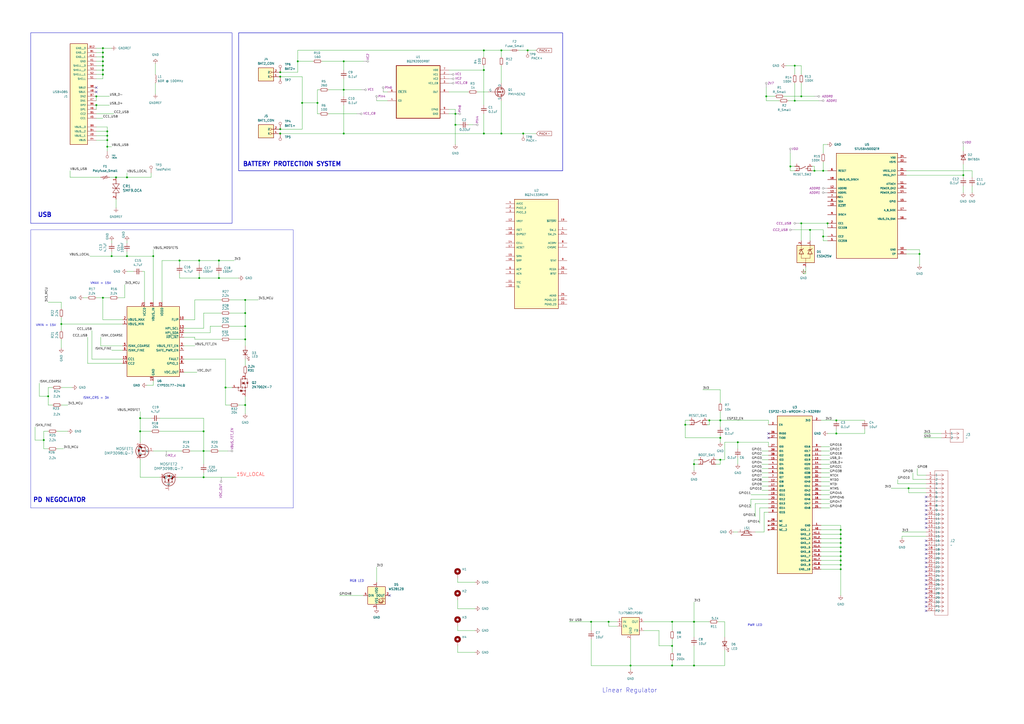
<source format=kicad_sch>
(kicad_sch (version 20231120) (generator "eeschema") (generator_version "8.0")
  (paper "A2")
  (title_block (title "RC PCB ") (date "2024-07-28") (rev "v3") (company "CampusFab FabRice "))
  (junction (at 142.24 189.23))
  (junction (at 59.69 172.72))
  (junction (at 306.07 29.21))
  (junction (at 353.06 360.68))
  (junction (at 487.68 314.96))
  (junction (at 417.83 254))
  (junction (at 59.69 43.18))
  (junction (at 162.56 44.45))
  (junction (at 469.9 133.35))
  (junction (at 527.05 283.21))
  (junction (at 55.88 55.88))
  (junction (at 81.28 250.19))
  (junction (at 280.67 40.64))
  (junction (at 35.56 187.96))
  (junction (at 118.11 276.86))
  (junction (at 461.01 58.42))
  (junction (at 487.68 325.12))
  (junction (at 477.52 137.16))
  (junction (at 175.26 59.69))
  (junction (at 127 161.29))
  (junction (at 533.4 147.32))
  (junction (at 487.68 327.66))
  (junction (at 62.23 85.09))
  (junction (at 115.57 161.29))
  (junction (at 104.14 151.13))
  (junction (at 397.51 246.38))
  (junction (at 342.9 360.68))
  (junction (at 389.89 386.08))
  (junction (at 162.56 74.93))
  (junction (at 411.48 243.84))
  (junction (at 59.69 40.64))
  (junction (at 118.11 261.62))
  (junction (at 115.57 151.13))
  (junction (at 73.66 148.59))
  (junction (at 62.23 76.2))
  (junction (at 127 151.13))
  (junction (at 472.44 99.06))
  (junction (at 142.24 173.99))
  (junction (at 62.23 78.74))
  (junction (at 477.52 99.06))
  (junction (at 162.56 77.47))
  (junction (at 487.68 307.34))
  (junction (at 162.56 41.91))
  (junction (at 199.39 52.07))
  (junction (at 458.47 96.52))
  (junction (at 464.82 129.54))
  (junction (at 142.24 234.95))
  (junction (at 264.16 72.39))
  (junction (at 487.68 322.58))
  (junction (at 389.89 360.68))
  (junction (at 480.06 129.54))
  (junction (at 199.39 35.56))
  (junction (at 461.01 38.1))
  (junction (at 264.16 66.04))
  (junction (at 485.14 243.84))
  (junction (at 59.69 33.02))
  (junction (at 59.69 30.48))
  (junction (at 303.53 77.47))
  (junction (at 81.28 242.57))
  (junction (at 59.69 27.94))
  (junction (at 280.67 77.47))
  (junction (at 172.72 35.56))
  (junction (at 118.11 250.19))
  (junction (at 64.77 148.59))
  (junction (at 27.94 229.87))
  (junction (at 487.68 309.88))
  (junction (at 88.9 148.59))
  (junction (at 487.68 312.42))
  (junction (at 402.59 360.68))
  (junction (at 59.69 35.56))
  (junction (at 427.99 256.54))
  (junction (at 444.5 55.88))
  (junction (at 67.31 102.87))
  (junction (at 73.66 102.87))
  (junction (at 389.89 374.65))
  (junction (at 25.4 255.27))
  (junction (at 417.83 243.84))
  (junction (at 402.59 386.08))
  (junction (at 62.23 81.28))
  (junction (at 55.88 60.96))
  (junction (at 402.59 269.24))
  (junction (at 365.76 386.08))
  (junction (at 487.68 330.2))
  (junction (at 142.24 181.61))
  (junction (at 59.69 38.1))
  (junction (at 130.81 224.79))
  (junction (at 487.68 317.5))
  (junction (at 485.14 251.46))
  (junction (at 417.83 266.7))
  (junction (at 487.68 320.04))
  (junction (at 184.15 59.69))
  (junction (at 558.8 101.6))
  (junction (at 199.39 77.47))
  (junction (at 464.82 55.88))
  (junction (at 290.83 29.21))
  (junction (at 142.24 196.85))
  (junction (at 280.67 29.21))
  (junction (at 290.83 77.47))
  (no_connect (at 537.21 334.01))
  (no_connect (at 55.88 53.34))
  (no_connect (at 537.21 328.93))
  (no_connect (at 537.21 295.91))
  (no_connect (at 537.21 300.99))
  (no_connect (at 537.21 351.79))
  (no_connect (at 55.88 50.8))
  (no_connect (at 537.21 339.09))
  (no_connect (at 537.21 316.23))
  (no_connect (at 537.21 288.29))
  (no_connect (at 226.06 345.44))
  (no_connect (at 537.21 293.37))
  (no_connect (at 537.21 349.25))
  (no_connect (at 537.21 290.83))
  (no_connect (at 537.21 344.17))
  (no_connect (at 537.21 326.39))
  (no_connect (at 537.21 346.71))
  (no_connect (at 537.21 298.45))
  (no_connect (at 537.21 341.63))
  (no_connect (at 537.21 318.77))
  (no_connect (at 537.21 306.07))
  (no_connect (at 537.21 313.69))
  (no_connect (at 537.21 303.53))
  (no_connect (at 537.21 321.31))
  (no_connect (at 445.77 251.46))
  (no_connect (at 445.77 254))
  (no_connect (at 537.21 336.55))
  (no_connect (at 537.21 323.85))
  (no_connect (at 537.21 354.33))
  (no_connect (at 537.21 331.47))
  (wire (pts (xy 411.48 243.84) (xy 417.83 243.84)))
  (wire (pts (xy 264.16 66.04) (xy 264.16 72.39)))
  (wire (pts (xy 81.28 250.19) (xy 87.63 250.19)))
  (wire (pts (xy 115.57 151.13) (xy 127 151.13)))
  (wire (pts (xy 72.39 165.1) (xy 72.39 172.72)))
  (wire (pts (xy 113.03 173.99) (xy 113.03 185.42)))
  (wire (pts (xy 92.71 242.57) (xy 118.11 242.57)))
  (wire (pts (xy 62.23 85.09) (xy 62.23 87.63)))
  (wire (pts (xy 410.21 246.38) (xy 411.48 246.38)))
  (wire (pts (xy 353.06 363.22) (xy 353.06 360.68)))
  (wire (pts (xy 485.14 251.46) (xy 501.65 251.46)))
  (wire (pts (xy 455.93 38.1) (xy 461.01 38.1)))
  (wire (pts (xy 295.91 29.21) (xy 290.83 29.21)))
  (wire (pts (xy 477.52 99.06) (xy 480.06 99.06)))
  (wire (pts (xy 358.14 363.22) (xy 353.06 363.22)))
  (wire (pts (xy 476.25 327.66) (xy 487.68 327.66)))
  (wire (pts (xy 476.25 325.12) (xy 487.68 325.12)))
  (wire (pts (xy 106.68 200.66) (xy 113.03 200.66)))
  (wire (pts (xy 435.61 289.56) (xy 435.61 294.64)))
  (wire (pts (xy 476.25 320.04) (xy 487.68 320.04)))
  (wire (pts (xy 445.77 294.64) (xy 440.69 294.64)))
  (wire (pts (xy 458.47 96.52) (xy 458.47 99.06)))
  (wire (pts (xy 20.32 247.65) (xy 20.32 255.27)))
  (wire (pts (xy 27.94 229.87) (xy 27.94 224.79)))
  (wire (pts (xy 306.07 29.21) (xy 311.15 29.21)))
  (wire (pts (xy 81.28 250.19) (xy 81.28 256.54)))
  (wire (pts (xy 59.69 30.48) (xy 59.69 33.02)))
  (wire (pts (xy 130.81 224.79) (xy 130.81 208.28)))
  (wire (pts (xy 476.25 330.2) (xy 487.68 330.2)))
  (wire (pts (xy 265.43 335.28) (xy 265.43 337.82)))
  (wire (pts (xy 397.51 246.38) (xy 397.51 254)))
  (wire (pts (xy 290.83 77.47) (xy 303.53 77.47)))
  (wire (pts (xy 487.68 304.8) (xy 487.68 307.34)))
  (wire (pts (xy 476.25 274.32) (xy 481.33 274.32)))
  (wire (pts (xy 464.82 48.26) (xy 464.82 55.88)))
  (wire (pts (xy 276.86 53.34) (xy 283.21 53.34)))
  (wire (pts (xy 199.39 35.56) (xy 199.39 40.64)))
  (wire (pts (xy 118.11 261.62) (xy 118.11 269.24)))
  (wire (pts (xy 445.77 256.54) (xy 445.77 259.08)))
  (wire (pts (xy 457.2 58.42) (xy 461.01 58.42)))
  (wire (pts (xy 59.69 40.64) (xy 55.88 40.64)))
  (wire (pts (xy 27.94 229.87) (xy 27.94 234.95)))
  (wire (pts (xy 441.96 271.78) (xy 445.77 271.78)))
  (wire (pts (xy 537.21 285.75) (xy 527.05 285.75)))
  (wire (pts (xy 469.9 133.35) (xy 469.9 139.7)))
  (wire (pts (xy 199.39 52.07) (xy 199.39 55.88)))
  (wire (pts (xy 438.15 308.61) (xy 443.23 308.61)))
  (wire (pts (xy 535.94 254) (xy 546.1 254)))
  (wire (pts (xy 264.16 72.39) (xy 266.7 72.39)))
  (wire (pts (xy 33.02 250.19) (xy 39.37 250.19)))
  (wire (pts (xy 365.76 386.08) (xy 389.89 386.08)))
  (wire (pts (xy 365.76 386.08) (xy 365.76 370.84)))
  (wire (pts (xy 59.69 27.94) (xy 59.69 30.48)))
  (wire (pts (xy 427.99 260.35) (xy 427.99 256.54)))
  (wire (pts (xy 461.01 43.18) (xy 461.01 38.1)))
  (wire (pts (xy 477.52 93.98) (xy 477.52 99.06)))
  (wire (pts (xy 402.59 349.25) (xy 402.59 360.68)))
  (wire (pts (xy 501.65 248.92) (xy 501.65 251.46)))
  (wire (pts (xy 537.21 311.15) (xy 523.24 311.15)))
  (wire (pts (xy 290.83 29.21) (xy 290.83 33.02)))
  (wire (pts (xy 55.88 78.74) (xy 62.23 78.74)))
  (wire (pts (xy 441.96 279.4) (xy 445.77 279.4)))
  (wire (pts (xy 425.45 308.61) (xy 427.99 308.61)))
  (wire (pts (xy 558.8 85.09) (xy 558.8 87.63)))
  (wire (pts (xy 290.83 38.1) (xy 290.83 48.26)))
  (wire (pts (xy 533.4 147.32) (xy 533.4 153.67)))
  (wire (pts (xy 62.23 78.74) (xy 62.23 81.28)))
  (wire (pts (xy 441.96 269.24) (xy 445.77 269.24)))
  (wire (pts (xy 476.25 276.86) (xy 481.33 276.86)))
  (wire (pts (xy 265.43 353.06) (xy 275.59 353.06)))
  (wire (pts (xy 63.5 60.96) (xy 55.88 60.96)))
  (wire (pts (xy 461.01 99.06) (xy 458.47 99.06)))
  (wire (pts (xy 87.63 102.87) (xy 73.66 102.87)))
  (wire (pts (xy 81.28 242.57) (xy 87.63 242.57)))
  (wire (pts (xy 471.17 96.52) (xy 472.44 96.52)))
  (wire (pts (xy 476.25 322.58) (xy 487.68 322.58)))
  (wire (pts (xy 59.69 27.94) (xy 55.88 27.94)))
  (wire (pts (xy 402.59 269.24) (xy 402.59 273.05)))
  (wire (pts (xy 445.77 292.1) (xy 438.15 292.1)))
  (wire (pts (xy 121.92 193.04) (xy 106.68 193.04)))
  (wire (pts (xy 133.35 196.85) (xy 142.24 196.85)))
  (wire (pts (xy 186.69 35.56) (xy 199.39 35.56)))
  (wire (pts (xy 83.82 157.48) (xy 83.82 175.26)))
  (wire (pts (xy 477.52 137.16) (xy 480.06 137.16)))
  (wire (pts (xy 290.83 58.42) (xy 290.83 77.47)))
  (wire (pts (xy 529.59 274.32) (xy 529.59 278.13)))
  (wire (pts (xy 118.11 261.62) (xy 121.92 261.62)))
  (wire (pts (xy 162.56 41.91) (xy 172.72 41.91)))
  (wire (pts (xy 62.23 76.2) (xy 62.23 78.74)))
  (wire (pts (xy 400.05 243.84) (xy 397.51 243.84)))
  (wire (pts (xy 113.03 195.58) (xy 106.68 195.58)))
  (wire (pts (xy 477.52 139.7) (xy 480.06 139.7)))
  (wire (pts (xy 128.27 181.61) (xy 118.11 181.61)))
  (wire (pts (xy 52.07 148.59) (xy 64.77 148.59)))
  (wire (pts (xy 40.64 99.06) (xy 40.64 102.87)))
  (wire (pts (xy 59.69 185.42) (xy 71.12 185.42)))
  (wire (pts (xy 480.06 129.54) (xy 480.06 132.08)))
  (wire (pts (xy 121.92 189.23) (xy 121.92 193.04)))
  (wire (pts (xy 417.83 254) (xy 417.83 256.54)))
  (wire (pts (xy 162.56 44.45) (xy 175.26 44.45)))
  (wire (pts (xy 417.83 233.68) (xy 417.83 226.06)))
  (wire (pts (xy 435.61 287.02) (xy 445.77 287.02)))
  (wire (pts (xy 303.53 77.47) (xy 311.15 77.47)))
  (wire (pts (xy 62.23 85.09) (xy 64.77 85.09)))
  (wire (pts (xy 476.25 289.56) (xy 481.33 289.56)))
  (wire (pts (xy 142.24 173.99) (xy 133.35 173.99)))
  (wire (pts (xy 280.67 66.04) (xy 280.67 77.47)))
  (wire (pts (xy 59.69 43.18) (xy 59.69 45.72)))
  (wire (pts (xy 35.56 184.15) (xy 35.56 187.96)))
  (wire (pts (xy 454.66 55.88) (xy 464.82 55.88)))
  (wire (pts (xy 142.24 173.99) (xy 142.24 181.61)))
  (wire (pts (xy 133.35 234.95) (xy 130.81 234.95)))
  (wire (pts (xy 389.89 374.65) (xy 382.27 374.65)))
  (wire (pts (xy 142.24 196.85) (xy 142.24 189.23)))
  (wire (pts (xy 142.24 200.66) (xy 142.24 196.85)))
  (wire (pts (xy 264.16 63.5) (xy 264.16 66.04)))
  (wire (pts (xy 485.14 243.84) (xy 501.65 243.84)))
  (wire (pts (xy 342.9 386.08) (xy 365.76 386.08)))
  (wire (pts (xy 199.39 77.47) (xy 162.56 77.47)))
  (wire (pts (xy 443.23 308.61) (xy 443.23 297.18)))
  (wire (pts (xy 487.68 322.58) (xy 487.68 325.12)))
  (wire (pts (xy 463.55 129.54) (xy 464.82 129.54)))
  (wire (pts (xy 82.55 157.48) (xy 83.82 157.48)))
  (wire (pts (xy 25.4 260.35) (xy 27.94 260.35)))
  (wire (pts (xy 397.51 254) (xy 417.83 254)))
  (wire (pts (xy 93.98 175.26) (xy 93.98 151.13)))
  (wire (pts (xy 342.9 360.68) (xy 342.9 365.76)))
  (wire (pts (xy 81.28 238.76) (xy 81.28 242.57)))
  (wire (pts (xy 443.23 297.18) (xy 445.77 297.18)))
  (wire (pts (xy 469.9 133.35) (xy 477.52 133.35)))
  (wire (pts (xy 417.83 238.76) (xy 417.83 243.84)))
  (wire (pts (xy 280.67 77.47) (xy 199.39 77.47)))
  (wire (pts (xy 55.88 55.88) (xy 55.88 58.42)))
  (wire (pts (xy 476.25 271.78) (xy 481.33 271.78)))
  (wire (pts (xy 411.48 246.38) (xy 411.48 243.84)))
  (wire (pts (xy 264.16 72.39) (xy 264.16 83.82)))
  (wire (pts (xy 477.52 83.82) (xy 480.06 83.82)))
  (wire (pts (xy 420.37 360.68) (xy 420.37 369.57)))
  (wire (pts (xy 445.77 243.84) (xy 445.77 246.38)))
  (wire (pts (xy 64.77 148.59) (xy 73.66 148.59)))
  (wire (pts (xy 142.24 173.99) (xy 149.86 173.99)))
  (wire (pts (xy 265.43 365.76) (xy 275.59 365.76)))
  (wire (pts (xy 476.25 314.96) (xy 487.68 314.96)))
  (wire (pts (xy 55.88 172.72) (xy 59.69 172.72)))
  (wire (pts (xy 487.68 307.34) (xy 487.68 309.88)))
  (wire (pts (xy 128.27 189.23) (xy 121.92 189.23)))
  (wire (pts (xy 113.03 196.85) (xy 113.03 195.58)))
  (wire (pts (xy 461.01 58.42) (xy 474.98 58.42)))
  (wire (pts (xy 271.78 72.39) (xy 274.32 72.39)))
  (wire (pts (xy 115.57 158.75) (xy 115.57 161.29)))
  (wire (pts (xy 88.9 220.98) (xy 88.9 223.52)))
  (wire (pts (xy 420.37 377.19) (xy 420.37 386.08)))
  (wire (pts (xy 441.96 284.48) (xy 445.77 284.48)))
  (wire (pts (xy 55.88 66.04) (xy 66.04 66.04)))
  (wire (pts (xy 476.25 264.16) (xy 481.33 264.16)))
  (wire (pts (xy 342.9 360.68) (xy 330.2 360.68)))
  (wire (pts (xy 417.83 243.84) (xy 445.77 243.84)))
  (wire (pts (xy 563.88 99.06) (xy 563.88 102.87)))
  (wire (pts (xy 59.69 35.56) (xy 59.69 38.1)))
  (wire (pts (xy 59.69 45.72) (xy 55.88 45.72)))
  (wire (pts (xy 175.26 44.45) (xy 175.26 59.69)))
  (wire (pts (xy 184.15 52.07) (xy 184.15 59.69)))
  (wire (pts (xy 389.89 374.65) (xy 389.89 378.46)))
  (wire (pts (xy 477.52 88.9) (xy 477.52 83.82)))
  (wire (pts (xy 40.64 102.87) (xy 58.42 102.87)))
  (wire (pts (xy 59.69 33.02) (xy 55.88 33.02)))
  (wire (pts (xy 190.5 52.07) (xy 199.39 52.07)))
  (wire (pts (xy 537.21 275.59) (xy 532.13 275.59)))
  (wire (pts (xy 464.82 43.18) (xy 464.82 38.1)))
  (wire (pts (xy 461.01 48.26) (xy 461.01 58.42)))
  (wire (pts (xy 471.17 99.06) (xy 472.44 99.06)))
  (wire (pts (xy 444.5 55.88) (xy 449.58 55.88)))
  (wire (pts (xy 265.43 347.98) (xy 265.43 353.06)))
  (wire (pts (xy 59.69 27.94) (xy 64.77 27.94)))
  (wire (pts (xy 438.15 292.1) (xy 438.15 299.72)))
  (wire (pts (xy 115.57 161.29) (xy 127 161.29)))
  (wire (pts (xy 476.25 243.84) (xy 485.14 243.84)))
  (wire (pts (xy 172.72 41.91) (xy 172.72 35.56)))
  (wire (pts (xy 373.38 360.68) (xy 389.89 360.68)))
  (wire (pts (xy 525.78 101.6) (xy 558.8 101.6)))
  (wire (pts (xy 444.5 50.8) (xy 444.5 55.88)))
  (wire (pts (xy 441.96 274.32) (xy 445.77 274.32)))
  (wire (pts (xy 520.7 278.13) (xy 520.7 280.67)))
  (wire (pts (xy 487.68 325.12) (xy 487.68 327.66)))
  (wire (pts (xy 59.69 172.72) (xy 63.5 172.72)))
  (wire (pts (xy 405.13 266.7) (xy 402.59 266.7)))
  (wire (pts (xy 466.09 158.75) (xy 466.09 156.21)))
  (wire (pts (xy 102.87 276.86) (xy 118.11 276.86)))
  (wire (pts (xy 402.59 269.24) (xy 405.13 269.24)))
  (wire (pts (xy 68.58 172.72) (xy 72.39 172.72)))
  (wire (pts (xy 127 161.29) (xy 138.43 161.29)))
  (wire (pts (xy 92.71 250.19) (xy 118.11 250.19)))
  (wire (pts (xy 33.02 260.35) (xy 36.83 260.35)))
  (wire (pts (xy 480.06 251.46) (xy 485.14 251.46)))
  (wire (pts (xy 59.69 172.72) (xy 59.69 185.42)))
  (wire (pts (xy 184.15 52.07) (xy 185.42 52.07)))
  (wire (pts (xy 260.35 63.5) (xy 264.16 63.5)))
  (wire (pts (xy 280.67 38.1) (xy 280.67 40.64)))
  (wire (pts (xy 87.63 100.33) (xy 87.63 102.87)))
  (wire (pts (xy 59.69 43.18) (xy 55.88 43.18)))
  (wire (pts (xy 458.47 96.52) (xy 461.01 96.52)))
  (wire (pts (xy 466.09 158.75) (xy 467.36 158.75)))
  (wire (pts (xy 415.29 269.24) (xy 417.83 269.24)))
  (wire (pts (xy 133.35 189.23) (xy 142.24 189.23)))
  (wire (pts (xy 300.99 29.21) (xy 306.07 29.21)))
  (wire (pts (xy 260.35 66.04) (xy 264.16 66.04)))
  (wire (pts (xy 440.69 294.64) (xy 440.69 303.53)))
  (wire (pts (xy 520.7 280.67) (xy 537.21 280.67)))
  (wire (pts (xy 441.96 276.86) (xy 445.77 276.86)))
  (wire (pts (xy 420.37 256.54) (xy 420.37 266.7)))
  (wire (pts (xy 464.82 38.1) (xy 461.01 38.1)))
  (wire (pts (xy 397.51 246.38) (xy 400.05 246.38)))
  (wire (pts (xy 175.26 59.69) (xy 184.15 59.69)))
  (wire (pts (xy 115.57 151.13) (xy 115.57 153.67)))
  (wire (pts (xy 417.83 247.65) (xy 417.83 243.84)))
  (wire (pts (xy 427.99 265.43) (xy 427.99 269.24)))
  (wire (pts (xy 35.56 179.07) (xy 35.56 175.26)))
  (wire (pts (xy 63.5 102.87) (xy 67.31 102.87)))
  (wire (pts (xy 535.94 251.46) (xy 546.1 251.46)))
  (wire (pts (xy 118.11 242.57) (xy 118.11 250.19)))
  (wire (pts (xy 127 261.62) (xy 132.08 261.62)))
  (wire (pts (xy 118.11 274.32) (xy 118.11 276.86)))
  (wire (pts (xy 55.88 55.88) (xy 63.5 55.88)))
  (wire (pts (xy 476.25 261.62) (xy 481.33 261.62)))
  (wire (pts (xy 525.78 144.78) (xy 533.4 144.78)))
  (wire (pts (xy 62.23 81.28) (xy 62.23 85.09)))
  (wire (pts (xy 55.88 68.58) (xy 59.69 68.58)))
  (wire (pts (xy 27.94 175.26) (xy 35.56 175.26)))
  (wire (pts (xy 35.56 187.96) (xy 71.12 187.96)))
  (wire (pts (xy 481.33 294.64) (xy 476.25 294.64)))
  (wire (pts (xy 420.37 386.08) (xy 402.59 386.08)))
  (wire (pts (xy 222.25 53.34) (xy 224.79 53.34)))
  (wire (pts (xy 73.66 148.59) (xy 73.66 146.05)))
  (wire (pts (xy 93.98 151.13) (xy 104.14 151.13)))
  (wire (pts (xy 35.56 201.93) (xy 35.56 196.85)))
  (wire (pts (xy 417.83 266.7) (xy 420.37 266.7)))
  (wire (pts (xy 175.26 74.93) (xy 162.56 74.93)))
  (wire (pts (xy 22.86 222.25) (xy 22.86 229.87)))
  (wire (pts (xy 487.68 309.88) (xy 487.68 312.42)))
  (wire (pts (xy 59.69 40.64) (xy 59.69 43.18)))
  (wire (pts (xy 358.14 360.68) (xy 353.06 360.68)))
  (wire (pts (xy 417.83 269.24) (xy 417.83 266.7)))
  (wire (pts (xy 365.76 388.62) (xy 365.76 386.08)))
  (wire (pts (xy 55.88 73.66) (xy 62.23 73.66)))
  (wire (pts (xy 558.8 101.6) (xy 558.8 102.87)))
  (wire (pts (xy 476.25 287.02) (xy 481.33 287.02)))
  (wire (pts (xy 218.44 328.93) (xy 218.44 337.82)))
  (wire (pts (xy 35.56 224.79) (xy 41.91 224.79)))
  (wire (pts (xy 476.25 309.88) (xy 487.68 309.88)))
  (wire (pts (xy 118.11 250.19) (xy 118.11 261.62)))
  (wire (pts (xy 138.43 234.95) (xy 142.24 234.95)))
  (wire (pts (xy 172.72 29.21) (xy 172.72 35.56)))
  (wire (pts (xy 73.66 157.48) (xy 77.47 157.48)))
  (wire (pts (xy 64.77 148.59) (xy 64.77 146.05)))
  (wire (pts (xy 441.96 266.7) (xy 445.77 266.7)))
  (wire (pts (xy 458.47 88.9) (xy 458.47 96.52)))
  (wire (pts (xy 342.9 370.84) (xy 342.9 386.08)))
  (wire (pts (xy 73.66 100.33) (xy 73.66 102.87)))
  (wire (pts (xy 416.56 360.68) (xy 420.37 360.68)))
  (wire (pts (xy 81.28 276.86) (xy 92.71 276.86)))
  (wire (pts (xy 134.62 224.79) (xy 130.81 224.79)))
  (wire (pts (xy 118.11 181.61) (xy 118.11 190.5)))
  (wire (pts (xy 130.81 208.28) (xy 106.68 208.28)))
  (wire (pts (xy 81.28 266.7) (xy 81.28 276.86)))
  (wire (pts (xy 59.69 33.02) (xy 59.69 35.56)))
  (wire (pts (xy 389.89 360.68) (xy 402.59 360.68)))
  (wire (pts (xy 127 151.13) (xy 135.89 151.13)))
  (wire (pts (xy 218.44 58.42) (xy 224.79 58.42)))
  (wire (pts (xy 516.89 283.21) (xy 527.05 283.21)))
  (wire (pts (xy 389.89 386.08) (xy 389.89 383.54)))
  (wire (pts (xy 142.24 234.95) (xy 142.24 240.03)))
  (wire (pts (xy 532.13 271.78) (xy 532.13 275.59)))
  (wire (pts (xy 427.99 256.54) (xy 420.37 256.54)))
  (wire (pts (xy 127 158.75) (xy 127 161.29)))
  (wire (pts (xy 20.32 255.27) (xy 25.4 255.27)))
  (wire (pts (xy 25.4 255.27) (xy 25.4 250.19)))
  (wire (pts (xy 73.66 102.87) (xy 67.31 102.87)))
  (wire (pts (xy 464.82 129.54) (xy 480.06 129.54)))
  (wire (pts (xy 59.69 38.1) (xy 55.88 38.1)))
  (wire (pts (xy 71.12 208.28) (xy 53.34 208.28)))
  (wire (pts (xy 476.25 312.42) (xy 487.68 312.42)))
  (wire (pts (xy 118.11 190.5) (xy 106.68 190.5)))
  (wire (pts (xy 402.59 360.68) (xy 402.59 369.57)))
  (wire (pts (xy 441.96 264.16) (xy 445.77 264.16)))
  (wire (pts (xy 280.67 29.21) (xy 280.67 33.02)))
  (wire (pts (xy 265.43 363.22) (xy 265.43 365.76)))
  (wire (pts (xy 476.25 292.1) (xy 481.33 292.1)))
  (wire (pts (xy 427.99 256.54) (xy 445.77 256.54)))
  (wire (pts (xy 25.4 250.19) (xy 27.94 250.19)))
  (wire (pts (xy 464.82 55.88) (xy 472.44 55.88)))
  (wire (pts (xy 353.06 360.68) (xy 342.9 360.68)))
  (wire (pts (xy 114.3 215.9) (xy 106.68 215.9)))
  (wire (pts (xy 402.59 374.65) (xy 402.59 386.08)))
  (wire (pts (xy 290.83 29.21) (xy 280.67 29.21)))
  (wire (pts (xy 461.01 133.35) (xy 469.9 133.35)))
  (wire (pts (xy 113.03 185.42) (xy 106.68 185.42)))
  (wire (pts (xy 452.12 58.42) (xy 444.5 58.42)))
  (wire (pts (xy 476.25 307.34) (xy 487.68 307.34)))
  (wire (pts (xy 265.43 378.46) (xy 275.59 378.46)))
  (wire (pts (xy 184.15 59.69) (xy 184.15 66.04)))
  (wire (pts (xy 476.25 304.8) (xy 487.68 304.8)))
  (wire (pts (xy 58.42 200.66) (xy 71.12 200.66)))
  (wire (pts (xy 199.39 60.96) (xy 199.39 77.47)))
  (wire (pts (xy 476.25 266.7) (xy 481.33 266.7)))
  (wire (pts (xy 487.68 312.42) (xy 487.68 314.96)))
  (wire (pts (xy 445.77 289.56) (xy 435.61 289.56)))
  (wire (pts (xy 81.28 242.57) (xy 81.28 250.19)))
  (wire (pts (xy 55.88 81.28) (xy 62.23 81.28)))
  (wire (pts (xy 476.25 279.4) (xy 481.33 279.4)))
  (wire (pts (xy 55.88 76.2) (xy 62.23 76.2)))
  (wire (pts (xy 88.9 144.78) (xy 88.9 148.59)))
  (wire (pts (xy 104.14 151.13) (xy 104.14 153.67)))
  (wire (pts (xy 444.5 55.88) (xy 444.5 58.42)))
  (wire (pts (xy 73.66 140.97) (xy 73.66 139.7)))
  (wire (pts (xy 130.81 224.79) (xy 130.81 234.95)))
  (wire (pts (xy 407.67 226.06) (xy 417.83 226.06)))
  (wire (pts (xy 25.4 255.27) (xy 25.4 260.35)))
  (wire (pts (xy 71.12 210.82) (xy 50.8 210.82)))
  (wire (pts (xy 280.67 29.21) (xy 172.72 29.21)))
  (wire (pts (xy 53.34 208.28) (xy 53.34 191.77)))
  (wire (pts (xy 280.67 40.64) (xy 280.67 60.96)))
  (wire (pts (xy 487.68 327.66) (xy 487.68 330.2)))
  (wire (pts (xy 558.8 107.95) (xy 558.8 111.76)))
  (wire (pts (xy 190.5 66.04) (xy 207.01 66.04)))
  (wire (pts (xy 533.4 144.78) (xy 533.4 147.32)))
  (wire (pts (xy 476.25 281.94) (xy 481.33 281.94)))
  (wire (pts (xy 48.26 172.72) (xy 50.8 172.72)))
  (wire (pts (xy 142.24 229.87) (xy 142.24 234.95)))
  (wire (pts (xy 417.83 252.73) (xy 417.83 254)))
  (wire (pts (xy 280.67 40.64) (xy 260.35 40.64)))
  (wire (pts (xy 199.39 35.56) (xy 210.82 35.56)))
  (wire (pts (xy 59.69 30.48) (xy 55.88 30.48)))
  (wire (pts (xy 382.27 365.76) (xy 373.38 365.76)))
  (wire (pts (xy 22.86 229.87) (xy 27.94 229.87)))
  (wire (pts (xy 441.96 281.94) (xy 445.77 281.94)))
  (wire (pts (xy 476.25 317.5) (xy 487.68 317.5)))
  (wire (pts (xy 90.17 36.83) (xy 90.17 43.18)))
  (wire (pts (xy 118.11 261.62) (xy 110.49 261.62)))
  (wire (pts (xy 389.89 370.84) (xy 389.89 374.65)))
  (wire (pts (xy 467.36 158.75) (xy 467.36 154.94)))
  (wire (pts (xy 527.05 283.21) (xy 537.21 283.21)))
  (wire (pts (xy 67.31 115.57) (xy 67.31 120.65)))
  (wire (pts (xy 58.42 195.58) (xy 58.42 200.66)))
  (wire (pts (xy 260.35 53.34) (xy 271.78 53.34)))
  (wire (pts (xy 472.44 96.52) (xy 472.44 99.06)))
  (wire (pts (xy 175.26 59.69) (xy 175.26 74.93)))
  (wire (pts (xy 402.59 360.68) (xy 411.48 360.68)))
  (wire (pts (xy 558.8 95.25) (xy 558.8 101.6)))
  (wire (pts (xy 64.77 203.2) (xy 71.12 203.2)))
  (wire (pts (xy 397.51 243.84) (xy 397.51 246.38)))
  (wire (pts (xy 88.9 261.62) (xy 105.41 261.62)))
  (wire (pts (xy 59.69 35.56) (xy 55.88 35.56)))
  (wire (pts (xy 104.14 151.13) (xy 115.57 151.13)))
  (wire (pts (xy 487.68 330.2) (xy 487.68 345.44)))
  (wire (pts (xy 50.8 210.82) (xy 50.8 195.58)))
  (wire (pts (xy 382.27 374.65) (xy 382.27 365.76)))
  (wire (pts (xy 487.68 314.96) (xy 487.68 317.5)))
  (wire (pts (xy 199.39 52.07) (xy 209.55 52.07)))
  (wire (pts (xy 73.66 148.59) (xy 88.9 148.59)))
  (wire (pts (xy 389.89 386.08) (xy 402.59 386.08)))
  (wire (pts (xy 35.56 234.95) (xy 39.37 234.95)))
  (wire (pts (xy 525.78 99.06) (xy 563.88 99.06)))
  (wire (pts (xy 196.85 345.44) (xy 210.82 345.44)))
  (wire (pts (xy 90.17 48.26) (xy 90.17 54.61)))
  (wire (pts (xy 487.68 320.04) (xy 487.68 322.58)))
  (wire (pts (xy 476.25 269.24) (xy 481.33 269.24)))
  (wire (pts (xy 184.15 66.04) (xy 185.42 66.04)))
  (wire (pts (xy 265.43 374.65) (xy 265.43 378.46)))
  (wire (pts (xy 464.82 129.54) (xy 464.82 139.7)))
  (wire (pts (xy 142.24 212.09) (xy 142.24 208.28)))
  (wire (pts (xy 265.43 337.82) (xy 275.59 337.82)))
  (wire (pts (xy 142.24 189.23) (xy 142.24 181.61)))
  (wire (pts (xy 415.29 266.7) (xy 417.83 266.7)))
  (wire (pts (xy 35.56 187.96) (xy 35.56 191.77)))
  (wire (pts (xy 118.11 276.86) (xy 137.16 276.86)))
  (wire (pts (xy 441.96 261.62) (xy 445.77 261.62)))
  (wire (pts (xy 199.39 45.72) (xy 199.39 52.07)))
  (wire (pts (xy 104.14 158.75) (xy 104.14 161.29)))
  (wire (pts (xy 485.14 248.92) (xy 485.14 251.46)))
  (wire (pts (xy 537.21 278.13) (xy 529.59 278.13)))
  (wire (pts (xy 127 151.13) (xy 127 153.67)))
  (wire (pts (xy 62.23 73.66) (xy 62.23 76.2)))
  (wire (pts (xy 477.52 137.16) (xy 477.52 139.7)))
  (wire (pts (xy 128.27 173.99) (xy 113.03 173.99)))
  (wire (pts (xy 563.88 107.95) (xy 563.88 111.76)))
  (wire (pts (xy 55.88 60.96) (xy 55.88 63.5)))
  (wire (pts (xy 487.68 317.5) (xy 487.68 320.04)))
  (wire (pts (xy 389.89 360.68) (xy 389.89 365.76)))
  (wire (pts (xy 133.35 181.61) (xy 142.24 181.61)))
  (wire (pts (xy 477.52 133.35) (xy 477.52 137.16)))
  (wire (pts (xy 410.21 243.84) (xy 411.48 243.84)))
  (wire (pts (xy 88.9 148.59) (xy 88.9 175.26)))
  (wire (pts (xy 472.44 99.06) (xy 477.52 99.06)))
  (wire (pts (xy 104.14 161.29) (xy 115.57 161.29)))
  (wire (pts (xy 59.69 38.1) (xy 59.69 40.64)))
  (wire (pts (xy 523.24 311.15) (xy 523.24 312.42)))
  (wire (pts (xy 128.27 196.85) (xy 113.03 196.85)))
  (wire (pts (xy 172.72 35.56) (xy 181.61 35.56)))
  (wire (pts (xy 523.24 308.61) (xy 537.21 308.61)))
  (wire (pts (xy 533.4 147.32) (xy 525.78 147.32)))
  (wire (pts (xy 476.25 259.08) (xy 481.33 259.08)))
  (wire (pts (xy 476.25 284.48) (xy 481.33 284.48)))
  (wire (pts (xy 64.77 140.97) (xy 64.77 139.7)))
  (wire (pts (xy 402.59 266.7) (xy 402.59 269.24)))
  (wire (pts (xy 27.94 224.79) (xy 30.48 224.79)))
  (wire (pts (xy 527.05 285.75) (xy 527.05 283.21)))
  (wire (pts (xy 27.94 234.95) (xy 30.48 234.95)))
  (wire (pts (xy 85.09 223.52) (xy 88.9 223.52)))
  (wire (pts (xy 280.67 77.47) (xy 290.83 77.47)))
  (rectangle (start 138.43 19.05) (end 326.39 99.06) (stroke (width 0.254)))
  (rectangle (start 17.78 19.05) (end 134.62 129.54) (stroke (width 0.2032) (color 0 0 194 1)))
  (rectangle (start 17.78 133.35) (end 170.18 294.64))
  (text "VMAX = 15V" (at 58.42 164.338 0) (effects (font (size 1.27 1.27))))
  (text "Linear Regulator" (at 365.252 400.558 0) (effects (font (size 2.54 2.54))))
  (text "VMIN = 15V" (at 26.67 188.722 0) (effects (font (size 1.27 1.27))))
  (text "USB " (at 26.924 124.714 0) (effects (font (size 2.54 2.54) (thickness 0.508) (bold yes))))
  (text "PWR LED\n" (at 437.896 362.712 0) (effects (font (size 1.27 1.27))))
  (text "ISNK_CRS = 3A\n" (at 55.626 230.886 0) (effects (font (size 1.27 1.27))))
  (text "RGB LED\n" (at 207.01 337.058 0) (effects (font (size 1.27 1.27))))
  (text "PD NEGOCIATOR" (at 34.544 290.068 0) (effects (font (size 2.54 2.54) (thickness 0.508) (bold yes))))
  (text "BATTERY PROTECTION SYSTEM\n" (at 169.418 95.25 0) (effects (font (size 2.54 2.54) (thickness 0.508) (bold yes))))
  (label "CC2_USB" (at 66.04 66.04 0))
  (label "3V3_MCU" (at 39.37 234.95 0))
  (label "GPIO45" (at 481.33 287.02 0))
  (label "ISNK_COARSE" (at 22.86 222.25 0))
  (label "3V3_MCU" (at 72.39 165.1 0))
  (label "USB_D+" (at 63.5 60.96 0))
  (label "ISKN_FINE" (at 64.77 203.2 180))
  (label "VBUS_MOSFET" (at 81.28 238.76 180))
  (label "VBUS_LOCAL" (at 73.66 100.33 0))
  (label "3V3" (at 402.59 349.25 0))
  (label "MTDI" (at 481.33 281.94 0))
  (label "GPIO18" (at 481.33 264.16 0))
  (label "15V_LOCAL" (at 137.16 276.86 0) (effects (font (size 2.032 2.032))))
  (label "GPIO8" (at 441.96 279.4 180))
  (label "CC1_USB" (at 59.69 68.58 0))
  (label "VBUS_MOSFETS" (at 88.9 144.78 0))
  (label "GPPIO46" (at 481.33 289.56 0))
  (label "GPIO6" (at 441.96 274.32 180))
  (label "USB_D-" (at 63.5 55.88 0))
  (label "5V USB" (at 330.2 360.68 0))
  (label "GPIO7" (at 441.96 276.86 180))
  (label "GPIO38" (at 481.33 274.32 0))
  (label "GPIO14" (at 440.69 303.53 180))
  (label "GPIO13" (at 438.15 299.72 180))
  (label "GPIO48" (at 196.85 345.44 0))
  (label "CC1_USB" (at 53.34 191.77 180))
  (label "ESP32_EN" (at 421.64 243.84 0))
  (label "GPIO9" (at 441.96 281.94 180))
  (label "GPIO4" (at 441.96 269.24 180))
  (label "GPIO11" (at 435.61 287.02 180))
  (label "GPIO8" (at 532.13 271.78 0))
  (label "GPIO3" (at 441.96 266.7 180))
  (label "ISNK_COARSE" (at 58.42 195.58 0))
  (label "CC2_USB" (at 50.8 195.58 180))
  (label "GND" (at 535.94 254 0))
  (label "GPIO5" (at 441.96 271.78 180))
  (label "3V3" (at 218.44 328.93 0))
  (label "GPIO21" (at 481.33 271.78 0))
  (label "VBUS_USB" (at 40.64 99.06 0))
  (label "3V3_MCU" (at 149.86 173.99 0))
  (label "GPIO17" (at 481.33 261.62 0))
  (label "3V3" (at 535.94 251.46 0))
  (label "MTCK" (at 481.33 276.86 0))
  (label "GPIO9" (at 529.59 274.32 180))
  (label "3V3_MCU" (at 36.83 260.35 0))
  (label "3V3_MCU" (at 27.94 175.26 90))
  (label "3V3" (at 135.89 151.13 0))
  (label "USB_D-" (at 481.33 266.7 0))
  (label "GPIO16" (at 481.33 259.08 0))
  (label "VDC_OUT" (at 114.3 215.9 0))
  (label "GPIO12" (at 435.61 294.64 180))
  (label "MTMS" (at 481.33 284.48 0))
  (label "GPIO47" (at 481.33 292.1 0))
  (label "MTDO" (at 481.33 279.4 0))
  (label "VBUS_USB" (at 64.77 85.09 0))
  (label "USB_D+" (at 481.33 269.24 0))
  (label "VBUS_FET_EN" (at 113.03 200.66 0))
  (label "GPIO2" (at 441.96 264.16 180))
  (label "3V3" (at 407.67 226.06 0))
  (label "GPIO10" (at 441.96 284.48 180))
  (label "ISKN_FINE" (at 20.32 247.65 0))
  (label "VBUS_LOCAL" (at 52.07 148.59 180))
  (label "3V3" (at 478.79 243.84 0))
  (label "GPIO1" (at 441.96 261.62 180))
  (label "3V3" (at 523.24 308.61 0))
  (label "GPIO48" (at 481.33 294.64 0))
  (label "3V3" (at 516.89 283.21 180))
  (label "GPIO10" (at 520.7 278.13 0))
  (global_label "PACK-" (shape input) (at 311.15 77.47 0) (property "Intersheetrefs" "${INTERSHEET_REFS}" (effects (hide yes))))
  (global_label "PACK+" (shape input) (at 311.15 29.21 0) (property "Intersheetrefs" "${INTERSHEET_REFS}" (effects (hide yes))))
  (netclass_flag "" (length 2.54) (shape round) (at 128.27 276.86 180) (property "Netclass" "VDC_OUT" (at 128.016 280.67 90) (effects (font (italic yes)) (justify right))))
  (netclass_flag "" (length 2.54) (shape round) (at 260.35 45.72 270) (property "Netclass" "VC2" (at 263.906 45.466 0) (effects (font (italic yes)) (justify left))))
  (netclass_flag "" (length 2.54) (shape round) (at 132.08 261.62 270) (property "Netclass" "VBUS_FET_EN" (at 134.62 260.9215 90) (effects (font (italic yes)) (justify left))))
  (netclass_flag "" (length 2.54) (shape round) (at 209.55 52.07 270) (property "Netclass" "VC1" (at 213.106 51.816 0) (effects (font (italic yes)) (justify left))))
  (netclass_flag "" (length 2.54) (shape round) (at 264.16 66.04 270) (property "Netclass" "Pin6" (at 266.7 65.3415 90) (effects (font (italic yes)) (justify left))))
  (netclass_flag "" (length 2.54) (shape round) (at 472.44 55.88 270) (property "Netclass" "ADDR0" (at 476.758 55.88 0) (effects (font (italic yes)) (justify left))))
  (netclass_flag "" (length 2.54) (shape round) (at 210.82 35.56 270) (property "Netclass" "VC2" (at 213.36 34.8615 90) (effects (font (italic yes)) (justify left))))
  (netclass_flag "" (length 2.54) (shape round) (at 474.98 58.42 270) (property "Netclass" "ADDR1" (at 479.298 58.42 0) (effects (font (italic yes)) (justify left))))
  (netclass_flag "" (length 2.54) (shape round) (at 218.44 58.42 0) (property "Netclass" "Pin4" (at 219.1385 55.88 0) (effects (font (italic yes)) (justify left))))
  (netclass_flag "" (length 2.54) (shape round) (at 260.35 48.26 270) (property "Netclass" "VC1_CB" (at 263.906 48.006 0) (effects (font (italic yes)) (justify left))))
  (netclass_flag "" (length 2.54) (shape round) (at 461.01 133.35 90) (property "Netclass" "CC2_USB" (at 456.946 133.35 0) (effects (font (italic yes)) (justify right))))
  (netclass_flag "" (length 2.54) (shape round) (at 480.06 109.22 90) (property "Netclass" "ADDR0" (at 475.742 109.22 0) (effects (font (italic yes)) (justify right))))
  (netclass_flag "" (length 2.54) (shape round) (at 444.5 50.8 0) (property "Netclass" "2V7" (at 445.1985 48.26 0) (effects (font (italic yes)) (justify left))))
  (netclass_flag "" (length 2.54) (shape round) (at 458.47 88.9 0) (property "Netclass" "VDD" (at 459.1685 86.36 0) (effects (font (italic yes)) (justify left))))
  (netclass_flag "" (length 2.54) (shape round) (at 558.8 85.09 0) (property "Netclass" "VDD" (at 559.4985 82.55 0) (effects (font (italic yes)) (justify left))))
  (netclass_flag "" (length 2.54) (shape round) (at 207.01 66.04 270) (property "Netclass" "VC1_CB" (at 210.566 65.786 0) (effects (font (italic yes)) (justify left))))
  (netclass_flag "" (length 2.54) (shape round) (at 96.52 261.62 180) (property "Netclass" "M2_c" (at 97.2185 264.16 0) (effects (font (italic yes)) (justify left))))
  (netclass_flag "" (length 2.54) (shape round) (at 463.55 129.54 90) (property "Netclass" "CC1_USB" (at 458.978 129.54 0) (effects (font (italic yes)) (justify right))))
  (netclass_flag "" (length 2.54) (shape round) (at 260.35 43.18 270) (property "Netclass" "VC1" (at 263.906 42.926 0) (effects (font (italic yes)) (justify left))))
  (netclass_flag "" (length 2.54) (shape round) (at 274.32 72.39 270) (property "Netclass" "Pin4" (at 276.86 71.6915 90) (effects (font (italic yes)) (justify left))))
  (netclass_flag "" (length 2.54) (shape round) (at 222.25 53.34 0) (property "Netclass" "Pin6" (at 223.012 50.8 0) (effects (font (italic yes)) (justify left))))
  (netclass_flag "" (length 2.54) (shape round) (at 480.06 111.76 90) (property "Netclass" "ADDR1" (at 475.742 111.76 0) (effects (font (italic yes)) (justify right))))
  (symbol (lib_id "Device:R_Small") (at 452.12 55.88 90) (unit 1)
    (property "Reference" "R1" (at 452.12 50.8 90))
    (property "Value" "R_Small" (at 452.12 53.34 90))
    (property "Description" "Resistor, small symbol" (effects (hide yes)))
  )
  (symbol (lib_id "Device:C_Small") (at 73.66 143.51 180) (unit 1)
    (property "Reference" "C14" (at 68.834 143.764 90))
    (property "Value" "100nF" (at 70.866 143.51 90))
    (property "Description" "Unpolarized capacitor, small symbol" (effects (hide yes)))
  )
  (symbol (lib_id "power:GND") (at 427.99 269.24 0) (unit 1)
    (property "Reference" "#PWR07" (effects (hide yes)))
    (property "Value" "GND" (at 427.99 274.32 0))
    (property "Description" "Power symbol creates a global label with name \"GND\" , ground" (effects (hide yes)))
  )
  (symbol (lib_id "STUSB4500QTR:STUSB4500QTR") (at 502.92 119.38 0) (unit 1)
    (property "Reference" "U5" (at 502.92 83.82 0))
    (property "Value" "STUSB4500QTR" (at 502.92 86.36 0))
    (property "Footprint" "STUSB4500QTR:QFN50P400X400X90-25N" (effects (hide yes)))
    (property "PARTREV" "2" (effects (hide yes)))
    (property "STANDARD" "IPC-7351B" (effects (hide yes)))
    (property "MANUFACTURER" "STMicroelectronics" (effects (hide yes)))
  )
  (symbol (lib_id "Device:R_Small") (at 124.46 261.62 90) (unit 1)
    (property "Reference" "R20" (at 124.46 256.54 90))
    (property "Value" "2.2k" (at 124.46 259.08 90))
    (property "Description" "Resistor, small symbol" (effects (hide yes)))
  )
  (symbol (lib_id "Mechanical:MountingHole_Pad") (at 265.43 360.68 0) (unit 1) (exclude_from_sim yes) (in_bom no)
    (property "Reference" "H3" (at 267.97 358.1399 0) (effects (justify left)))
    (property "Value" "MountingHole_Pad" (effects (hide yes)))
    (property "Footprint" "MountingHole:MountingHole_2.2mm_M2_Pad" (effects (hide yes)))
    (property "Description" "Mounting Hole with connection" (effects (hide yes)))
  )
  (symbol (lib_id "Device:R_Small") (at 53.34 172.72 90) (unit 1)
    (property "Reference" "R17" (at 53.34 167.64 90))
    (property "Value" "2.2k" (at 53.34 170.18 90))
    (property "Description" "Resistor, small symbol" (effects (hide yes)))
  )
  (symbol (lib_id "Device:C_Small") (at 269.24 72.39 90) (unit 1)
    (property "Reference" "C2" (at 269.24 69.596 90))
    (property "Value" "0.33uF" (at 269.748 75.184 90))
    (property "Description" "Unpolarized capacitor, small symbol" (effects (hide yes)))
  )
  (symbol (lib_id "power:GND") (at 41.91 224.79 90) (unit 1)
    (property "Reference" "#PWR031" (effects (hide yes)))
    (property "Value" "GND" (at 45.72 224.7899 90) (effects (justify right)))
    (property "Description" "Power symbol creates a global label with name \"GND\" , ground" (effects (hide yes)))
  )
  (symbol (lib_id "power:GND") (at 455.93 38.1 270) (unit 1)
    (property "Reference" "#PWR05" (effects (hide yes)))
    (property "Value" "GND" (at 452.12 38.0999 90) (effects (justify right)))
    (property "Description" "Power symbol creates a global label with name \"GND\" , ground" (effects (hide yes)))
  )
  (symbol (lib_id "power:GND") (at 533.4 153.67 0) (unit 1)
    (property "Reference" "#PWR022" (effects (hide yes)))
    (property "Value" "GND" (at 533.4 158.75 0))
    (property "Description" "Power symbol creates a global label with name \"GND\" , ground" (effects (hide yes)))
  )
  (symbol (lib_id "PH2:S2B-PH-K-SLFSN") (at 546.1 251.46 0) (unit 1)
    (property "Reference" "J3" (at 560.07 252.0949 0) (effects (font (size 1.524 1.524)) (justify left)))
    (property "Value" "~" (at 560.07 254 0) (effects (font (size 1.524 1.524)) (justify left)))
    (property "Footprint" "Connector_JST:JST_PH_B2B-PH-QUE_1x02_P2.00mm_Vertical" (effects (hide yes)))
    (property "Datasheet" "S2B-PH-K-SLFSN" (effects (hide yes)))
  )
  (symbol (lib_id "Device:R_Small") (at 107.95 261.62 90) (unit 1)
    (property "Reference" "R19" (at 107.95 256.54 90))
    (property "Value" "2.2k" (at 107.95 259.08 90))
    (property "Description" "Resistor, small symbol" (effects (hide yes)))
  )
  (symbol (lib_id "PTS810_SJM_250_SMTR_LFS:PTS810_SJM_250_SMTR_LFS") (at 405.13 243.84 0) (unit 1)
    (property "Reference" "RESET_SW1" (at 404.876 241.046 0))
    (property "Value" "PTS810_SJM_250_SMTR_LFS" (effects (hide yes)))
    (property "Footprint" "Footprints:SW_PTS810_SJM_250_SMTR_LFS" (effects (hide yes)))
    (property "MANUFACTURER" "CnK" (effects (hide yes)))
    (property "STANDARD" "Manufacturer Recommendations" (effects (hide yes)))
  )
  (symbol (lib_id "power:GNDREF") (at 64.77 27.94 90) (unit 1)
    (property "Reference" "#PWR01" (effects (hide yes)))
    (property "Value" "GNDREF" (at 68.58 27.9399 90) (effects (justify right)))
    (property "Description" "Power symbol creates a global label with name \"GNDREF\" , reference supply ground" (effects (hide yes)))
  )
  (symbol (lib_id "Device:C_Small") (at 127 156.21 0) (unit 1)
    (property "Reference" "C18" (at 131.826 155.448 0))
    (property "Value" "100nF" (at 132.08 157.48 0))
    (property "Description" "Unpolarized capacitor, small symbol" (effects (hide yes)))
  )
  (symbol (lib_id "power:GND") (at 487.68 345.44 0) (unit 1)
    (property "Reference" "#PWR012" (effects (hide yes)))
    (property "Value" "GND" (at 487.68 350.52 0))
    (property "Description" "Power symbol creates a global label with name \"GND\" , ground" (effects (hide yes)))
  )
  (symbol (lib_id "power:GND") (at 218.44 353.06 0) (unit 1)
    (property "Reference" "#PWR09" (effects (hide yes)))
    (property "Value" "GND" (at 218.44 358.14 0))
    (property "Description" "Power symbol creates a global label with name \"GND\" , ground" (effects (hide yes)))
  )
  (symbol (lib_id "Device:Fuse_Small") (at 298.45 29.21 0) (unit 1)
    (property "Reference" "F2" (at 298.45 24.13 0))
    (property "Value" "Fuse_Small" (at 298.45 26.67 0))
    (property "Description" "Fuse, small symbol" (effects (hide yes)))
  )
  (symbol (lib_id "Connector:TestPoint") (at 303.53 77.47 180) (unit 1)
    (property "Reference" "TP8" (at 305.054 79.502 0) (effects (justify right)))
    (property "Value" "PACK-" (at 305.054 81.534 0) (effects (justify right)))
    (property "Description" "test point" (effects (hide yes)))
  )
  (symbol (lib_id "SMF9_0CA:SMF9.0CA") (at 67.31 115.57 90) (unit 1)
    (property "Reference" "CR1" (at 71.12 107.9499 90) (effects (font (size 1.524 1.524)) (justify right)))
    (property "Value" "SMF9.0CA" (at 71.12 110.4899 90) (effects (font (size 1.524 1.524)) (justify right)))
    (property "Footprint" "SOD-123F_LTF" (effects (hide yes)))
    (property "Datasheet" "SMF9.0CA" (effects (hide yes)))
  )
  (symbol (lib_id "power:GND") (at 480.06 83.82 90) (unit 1)
    (property "Reference" "#PWR021" (effects (hide yes)))
    (property "Value" "GND" (at 483.87 83.8199 90) (effects (justify right)))
    (property "Description" "Power symbol creates a global label with name \"GND\" , ground" (effects (hide yes)))
  )
  (symbol (lib_id "power:GND") (at 39.37 250.19 90) (unit 1)
    (property "Reference" "#PWR032" (effects (hide yes)))
    (property "Value" "GND" (at 43.18 250.1899 90) (effects (justify right)))
    (property "Description" "Power symbol creates a global label with name \"GND\" , ground" (effects (hide yes)))
  )
  (symbol (lib_id "Device:C_Small") (at 90.17 242.57 270) (unit 1)
    (property "Reference" "C19" (at 90.1636 236.22 90))
    (property "Value" "4.7uF" (at 90.1636 238.76 90))
    (property "Description" "Unpolarized capacitor, small symbol" (effects (hide yes)))
  )
  (symbol (lib_id "Connector:TestPoint") (at 306.07 29.21 180) (unit 1)
    (property "Reference" "TP9" (at 307.086 31.496 0) (effects (justify right)))
    (property "Value" "PACK+" (at 308.102 33.782 0) (effects (justify right)))
    (property "Description" "test point" (effects (hide yes)))
  )
  (symbol (lib_id "Device:R_Small") (at 477.52 91.44 0) (unit 1)
    (property "Reference" "R15" (at 471.932 90.678 0) (effects (justify left)))
    (property "Value" "100K" (at 470.662 92.964 0) (effects (justify left)))
    (property "Description" "Resistor, small symbol" (effects (hide yes)))
  )
  (symbol (lib_id "Device:R_Small") (at 130.81 189.23 270) (unit 1)
    (property "Reference" "R29" (at 130.81 184.912 90))
    (property "Value" "2.2k" (at 130.81 186.69 90))
    (property "Description" "Resistor, small symbol" (effects (hide yes)))
  )
  (symbol (lib_id "Device:C_Small") (at 118.11 271.78 0) (unit 1)
    (property "Reference" "C20" (at 122.936 271.018 0))
    (property "Value" "100nF" (at 123.19 273.05 0))
    (property "Description" "Unpolarized capacitor, small symbol" (effects (hide yes)))
  )
  (symbol (lib_id "power:GND") (at 85.09 223.52 270) (unit 1)
    (property "Reference" "#PWR034" (effects (hide yes)))
    (property "Value" "GND" (at 81.28 223.5199 90) (effects (justify right)))
    (property "Description" "Power symbol creates a global label with name \"GND\" , ground" (effects (hide yes)))
  )
  (symbol (lib_id "Device:R_Small") (at 130.81 196.85 270) (unit 1)
    (property "Reference" "R30" (at 130.556 192.532 90))
    (property "Value" "2.2k" (at 130.81 194.31 90))
    (property "Description" "Resistor, small symbol" (effects (hide yes)))
  )
  (symbol (lib_id "power:GND") (at 275.59 378.46 90) (unit 1)
    (property "Reference" "#PWR017" (effects (hide yes)))
    (property "Value" "GND" (at 279.4 378.4599 90) (effects (justify right)))
    (property "Description" "Power symbol creates a global label with name \"GND\" , ground" (effects (hide yes)))
  )
  (symbol (lib_id "Device:C_Small") (at 80.01 157.48 270) (unit 1)
    (property "Reference" "C15" (at 80.0036 151.13 90))
    (property "Value" "4.7uF" (at 80.0036 153.67 90))
    (property "Description" "Unpolarized capacitor, small symbol" (effects (hide yes)))
  )
  (symbol (lib_id "Device:R_Small") (at 414.02 360.68 90) (unit 1)
    (property "Reference" "R11" (at 414.02 363.474 90))
    (property "Value" "5.1k" (at 414.782 358.648 90))
    (property "Footprint" "Resistor_SMD:R_1206_3216Metric" (effects (hide yes)))
    (property "Description" "Resistor, small symbol" (effects (hide yes)))
  )
  (symbol (lib_id "Device:C_Small") (at 563.88 105.41 0) (unit 1)
    (property "Reference" "C11" (at 566.42 104.1462 0) (effects (justify left)))
    (property "Value" "0.1uF" (at 566.42 106.6862 0) (effects (justify left)))
    (property "Description" "Unpolarized capacitor, small symbol" (effects (hide yes)))
  )
  (symbol (lib_id "Simulation_SPICE:NMOS") (at 288.29 53.34 0) (unit 1)
    (property "Reference" "Q1" (at 294.64 52.0699 0) (effects (justify left)))
    (property "Value" "PMV45EN2" (at 294.64 54.6099 0) (effects (justify left)))
    (property "Footprint" "Package_TO_SOT_SMD:SOT-23-3" (effects (hide yes)))
    (property "Datasheet" "https://ngspice.sourceforge.io/docs/ngspice-html-manual/manual.xhtml#cha_MOSFETs" (effects (hide yes)))
    (property "Description" "N-MOSFET transistor, drain/source/gate" (effects (hide yes)))
    (property "Sim.Device" "NMOS" (effects (hide yes)))
    (property "Sim.Type" "VDMOS" (effects (hide yes)))
    (property "Sim.Pins" "1=D 2=G 3=S" (effects (hide yes)))
  )
  (symbol (lib_id "power:GND") (at 275.59 353.06 90) (unit 1)
    (property "Reference" "#PWR015" (effects (hide yes)))
    (property "Value" "GND" (at 279.4 353.0599 90) (effects (justify right)))
    (property "Description" "Power symbol creates a global label with name \"GND\" , ground" (effects (hide yes)))
  )
  (symbol (lib_id "Device:R_Small") (at 187.96 66.04 90) (unit 1)
    (property "Reference" "R6" (at 187.706 61.214 90))
    (property "Value" "100" (at 187.96 63.5 90))
    (property "Description" "Resistor, small symbol" (effects (hide yes)))
  )
  (symbol (lib_id "Device:LED") (at 142.24 204.47 90) (unit 1)
    (property "Reference" "D3" (at 146.05 204.7874 90) (effects (justify right)))
    (property "Value" "LED" (at 146.05 206.756 90) (effects (justify right)))
    (property "Footprint" "LED_SMD:LED_0603_1608Metric" (effects (hide yes)))
    (property "Description" "Light emitting diode" (effects (hide yes)))
  )
  (symbol (lib_id "power:GND") (at 48.26 172.72 270) (unit 1)
    (property "Reference" "#PWR027" (effects (hide yes)))
    (property "Value" "GND" (at 44.45 172.7199 90) (effects (justify right)))
    (property "Description" "Power symbol creates a global label with name \"GND\" , ground" (effects (hide yes)))
  )
  (symbol (lib_id "1990009:1990009") (at 154.94 44.45 180) (unit 1)
    (property "Reference" "J4" (at 154.305 34.29 0))
    (property "Value" "BAT2_CON" (at 154.305 36.83 0))
    (property "Footprint" "1990009:PHOENIX_1990009" (effects (hide yes)))
    (property "PARTREV" "03.02.2023" (effects (hide yes)))
    (property "STANDARD" "Manufacturer Recommendations" (effects (hide yes)))
    (property "MAXIMUM_PACKAGE_HEIGHT" "13.1mm" (effects (hide yes)))
    (property "MANUFACTURER" "Phoenix Contact" (effects (hide yes)))
  )
  (symbol (lib_id "Device:R_Small") (at 35.56 194.31 180) (unit 1)
    (property "Reference" "R21" (at 30.48 194.31 90))
    (property "Value" "2.2k" (at 33.02 194.31 90))
    (property "Description" "Resistor, small symbol" (effects (hide yes)))
  )
  (symbol (lib_id "0524373071_30p:524373071") (at 537.21 275.59 0) (unit 1)
    (property "Reference" "J2" (at 551.18 313.6899 0) (effects (font (size 1.524 1.524)) (justify left)))
    (property "Value" "~" (at 551.18 316.2299 0) (effects (font (size 1.524 1.524)) (justify left)))
    (property "Footprint" "Footprints:CON_524373071_MOL" (effects (hide yes)))
    (property "Datasheet" "524373071" (effects (hide yes)))
  )
  (symbol (lib_id "Connector:TestPoint") (at 162.56 44.45 180) (unit 1)
    (property "Reference" "TP7" (at 165.1 46.4819 0) (effects (justify right)))
    (property "Value" "TestPoint" (effects (hide yes)))
    (property "Description" "test point" (effects (hide yes)))
  )
  (symbol (lib_id "PTS810_SJM_250_SMTR_LFS:PTS810_SJM_250_SMTR_LFS") (at 466.09 96.52 0) (unit 1)
    (property "Reference" "RESET_SW2" (at 465.328 101.092 0))
    (property "Value" "PTS810_SJM_250_SMTR_LFS" (effects (hide yes)))
    (property "Footprint" "Footprints:SW_PTS810_SJM_250_SMTR_LFS" (effects (hide yes)))
    (property "MANUFACTURER" "CnK" (effects (hide yes)))
    (property "STANDARD" "Manufacturer Recommendations" (effects (hide yes)))
  )
  (symbol (lib_id "Device:R_Small") (at 461.01 45.72 0) (unit 1)
    (property "Reference" "R14" (at 455.422 44.958 0) (effects (justify left)))
    (property "Value" "100K" (at 454.152 47.244 0) (effects (justify left)))
    (property "Description" "Resistor, small symbol" (effects (hide yes)))
  )
  (symbol (lib_id "1990009:1990009") (at 154.94 77.47 180) (unit 1)
    (property "Reference" "J5" (at 154.305 67.31 0))
    (property "Value" "BAT1_CON" (at 154.305 69.85 0))
    (property "Footprint" "1990009:PHOENIX_1990009" (effects (hide yes)))
    (property "PARTREV" "03.02.2023" (effects (hide yes)))
    (property "STANDARD" "Manufacturer Recommendations" (effects (hide yes)))
    (property "MAXIMUM_PACKAGE_HEIGHT" "13.1mm" (effects (hide yes)))
    (property "MANUFACTURER" "Phoenix Contact" (effects (hide yes)))
  )
  (symbol (lib_id "LED:WS2812B") (at 218.44 345.44 0) (unit 1)
    (property "Reference" "D5" (at 229.87 339.1214 0))
    (property "Value" "WS2812B" (at 229.87 341.6614 0))
    (property "Footprint" "LED_SMD:LED_WS2812B_PLCC4_5.0x5.0mm_P3.2mm" (effects (hide yes)))
    (property "Datasheet" "https://cdn-shop.adafruit.com/datasheets/WS2812B.pdf" (effects (hide yes)))
    (property "Description" "RGB LED with integrated controller" (effects (hide yes)))
  )
  (symbol (lib_id "Device:C_Small") (at 485.14 246.38 0) (unit 1)
    (property "Reference" "C3" (at 487.68 245.1162 0) (effects (justify left)))
    (property "Value" "0.1uF" (at 487.68 247.6562 0) (effects (justify left)))
    (property "Footprint" "Capacitor_SMD:C_0805_2012Metric" (effects (hide yes)))
    (property "Description" "Unpolarized capacitor, small symbol" (effects (hide yes)))
  )
  (symbol (lib_id "power:GND") (at 402.59 273.05 0) (unit 1)
    (property "Reference" "#PWR011" (effects (hide yes)))
    (property "Value" "GND" (at 402.59 278.13 0))
    (property "Description" "Power symbol creates a global label with name \"GND\" , ground" (effects (hide yes)))
  )
  (symbol (lib_id "power:GND") (at 64.77 139.7 180) (unit 1)
    (property "Reference" "#PWR026" (effects (hide yes)))
    (property "Value" "GND" (at 62.23 139.192 90) (effects (justify right)))
    (property "Description" "Power symbol creates a global label with name \"GND\" , ground" (effects (hide yes)))
  )
  (symbol (lib_id "power:GND") (at 264.16 83.82 0) (unit 1)
    (property "Reference" "#PWR020" (effects (hide yes)))
    (property "Value" "GND" (at 264.16 88.9 0))
    (property "Description" "Power symbol creates a global label with name \"GND\" , ground" (effects (hide yes)))
  )
  (symbol (lib_id "Device:R_Small") (at 389.89 368.3 0) (unit 1)
    (property "Reference" "R8" (at 392.43 367.0299 0) (effects (justify left)))
    (property "Value" "1M" (at 392.43 369.5699 0) (effects (justify left)))
    (property "Footprint" "Resistor_SMD:R_1206_3216Metric" (effects (hide yes)))
    (property "Description" "Resistor, small symbol" (effects (hide yes)))
  )
  (symbol (lib_id "Device:R_Small") (at 33.02 224.79 270) (unit 1)
    (property "Reference" "R24" (at 33.02 227.076 90))
    (property "Value" "2.2k" (at 33.02 229.87 90))
    (property "Description" "Resistor, small symbol" (effects (hide yes)))
  )
  (symbol (lib_id "Device:R_Small") (at 417.83 236.22 0) (unit 1)
    (property "Reference" "R7" (at 420.37 234.9499 0) (effects (justify left)))
    (property "Value" "10k" (at 420.37 237.4899 0) (effects (justify left)))
    (property "Footprint" "Resistor_SMD:R_0805_2012Metric" (effects (hide yes)))
    (property "Description" "Resistor, small symbol" (effects (hide yes)))
  )
  (symbol (lib_id "Connector:TestPoint") (at 87.63 100.33 0) (unit 1)
    (property "Reference" "TP3" (at 90.17 95.7579 0) (effects (justify left)))
    (property "Value" "TestPoint" (at 90.17 98.2979 0) (effects (justify left)))
    (property "Footprint" "TestPoint:TestPoint_Pad_D1.5mm" (effects (hide yes)))
    (property "Description" "test point" (effects (hide yes)))
  )
  (symbol (lib_id "BQ29200DRBT:BQ29200DRBT") (at 242.57 53.34 0) (unit 1)
    (property "Reference" "U1" (at 242.57 33.02 0))
    (property "Value" "BQ29200DRBT" (at 242.57 35.56 0))
    (property "Footprint" "BQ29200DRBT:IC_DRV8601DRBT" (effects (hide yes)))
  )
  (symbol (lib_id "Diode:BAT60A") (at 558.8 91.44 270) (unit 1)
    (property "Reference" "D2" (at 561.34 89.8524 90) (effects (justify left)))
    (property "Value" "BAT60A" (at 561.34 92.3924 90) (effects (justify left)))
    (property "Footprint" "Diode_SMD:D_SOD-323" (effects (hide yes)))
    (property "Datasheet" "https://www.infineon.com/dgdl/Infineon-BAT60ASERIES-DS-v01_01-en.pdf?fileId=db3a304313d846880113def70c9304a9" (effects (hide yes)))
    (property "Description" "10V 3A High Current Recitifier Schottky Diode, SOD-323" (effects (hide yes)))
  )
  (symbol (lib_id "power:GND") (at 417.83 256.54 0) (unit 1)
    (property "Reference" "#PWR04" (effects (hide yes)))
    (property "Value" "GND" (at 417.83 261.62 0))
    (property "Description" "Power symbol creates a global label with name \"GND\" , ground" (effects (hide yes)))
  )
  (symbol (lib_id "Device:R_Small") (at 454.66 58.42 90) (unit 1)
    (property "Reference" "R2" (at 454.914 61.214 90))
    (property "Value" "R_Small" (at 454.914 63.754 90))
    (property "Description" "Resistor, small symbol" (effects (hide yes)))
  )
  (symbol (lib_id "power:GND") (at 480.06 251.46 270) (unit 1)
    (property "Reference" "#PWR03" (effects (hide yes)))
    (property "Value" "GND" (at 476.25 251.4599 90) (effects (justify right)))
    (property "Description" "Power symbol creates a global label with name \"GND\" , ground" (effects (hide yes)))
  )
  (symbol (lib_id "Interface_USB:CYPD3177-24LQ") (at 88.9 198.12 0) (unit 1)
    (property "Reference" "U6" (at 91.0941 220.98 0) (effects (justify left)))
    (property "Value" "CYPD3177-24LQ" (at 91.0941 223.52 0) (effects (justify left)))
    (property "Footprint" "Package_DFN_QFN:QFN-24-1EP_4x4mm_P0.5mm_EP2.75x2.75mm" (effects (hide yes)))
    (property "Datasheet" "https://www.infineon.com/dgdl/Infineon-EZ-PD_BCR_Datasheet_USB_Type-C_Port_Controller_for_Power_Sinks-DataSheet-v03_00-EN.pdf?fileId=8ac78c8c7d0d8da4017d0ee7ce9d70ad" (effects (hide yes)))
    (property "Description" "Stand-alone USB PD controller (with sink Auto-run mode), QFN-24" (effects (hide yes)))
  )
  (symbol (lib_id "Device:R_Small") (at 389.89 381 0) (unit 1)
    (property "Reference" "R9" (at 392.43 379.7299 0) (effects (justify left)))
    (property "Value" "200k" (at 392.43 382.2699 0) (effects (justify left)))
    (property "Footprint" "Resistor_SMD:R_1206_3216Metric" (effects (hide yes)))
    (property "Description" "Resistor, small symbol" (effects (hide yes)))
  )
  (symbol (lib_id "Device:R_Small") (at 280.67 35.56 180) (unit 1)
    (property "Reference" "R4" (at 275.844 35.814 90))
    (property "Value" "100" (at 278.13 35.56 90))
    (property "Description" "Resistor, small symbol" (effects (hide yes)))
  )
  (symbol (lib_id "Device:C_Small") (at 280.67 63.5 0) (unit 1)
    (property "Reference" "C1" (at 283.21 62.2362 0) (effects (justify left)))
    (property "Value" "0.1uF" (at 283.21 64.7762 0) (effects (justify left)))
    (property "Description" "Unpolarized capacitor, small symbol" (effects (hide yes)))
  )
  (symbol (lib_id "power:GND") (at 142.24 240.03 0) (unit 1)
    (property "Reference" "#PWR033" (effects (hide yes)))
    (property "Value" "GND" (at 142.24 245.11 0))
    (property "Description" "Power symbol creates a global label with name \"GND\" , ground" (effects (hide yes)))
  )
  (symbol (lib_id "ESP32-S3-WROOM-2-N32R8V:ESP32-S3-WROOM-2-N32R8V") (at 461.01 274.32 0) (unit 1)
    (property "Reference" "U3" (at 461.01 236.22 0))
    (property "Value" "ESP32-S3-WROOM-2-N32R8V" (at 461.01 238.76 0))
    (property "Footprint" "Footprints:XCVR_ESP32-S3-WROOM-2-N32R8V" (effects (hide yes)))
    (property "PARTREV" "1.0" (effects (hide yes)))
    (property "STANDARD" "Manufacturer Recommendations" (effects (hide yes)))
    (property "SNAPEDA_PN" "ESP32-S3-WROOM-2-N32R8V" (effects (hide yes)))
    (property "MAXIMUM_PACKAGE_HEIGHT" "3.25mm" (effects (hide yes)))
    (property "MANUFACTURER" "Espressif" (effects (hide yes)))
  )
  (symbol (lib_id "Device:C_Small") (at 199.39 43.18 0) (unit 1)
    (property "Reference" "C9" (at 201.93 41.9162 0) (effects (justify left)))
    (property "Value" "0.1uF" (at 201.93 44.4562 0) (effects (justify left)))
    (property "Description" "Unpolarized capacitor, small symbol" (effects (hide yes)))
  )
  (symbol (lib_id "Device:R_Small") (at 90.17 250.19 90) (unit 1)
    (property "Reference" "R18" (at 89.916 245.618 90))
    (property "Value" "20k" (at 90.17 247.65 90))
    (property "Description" "Resistor, small symbol" (effects (hide yes)))
  )
  (symbol (lib_id "Device:C_Small") (at 199.39 58.42 0) (unit 1)
    (property "Reference" "C10" (at 201.93 57.1562 0) (effects (justify left)))
    (property "Value" "0.1uF" (at 201.93 59.6962 0) (effects (justify left)))
    (property "Description" "Unpolarized capacitor, small symbol" (effects (hide yes)))
  )
  (symbol (lib_id "Device:C_Small") (at 427.99 262.89 0) (unit 1)
    (property "Reference" "C6" (at 429.006 265.43 0) (effects (justify left)))
    (property "Value" "0.1uF" (at 421.894 265.43 0) (effects (justify left)))
    (property "Footprint" "Capacitor_SMD:C_0805_2012Metric" (effects (hide yes)))
    (property "Description" "Unpolarized capacitor, small symbol" (effects (hide yes)))
  )
  (symbol (lib_id "Device:R_Small") (at 135.89 234.95 270) (unit 1)
    (property "Reference" "R32" (at 135.89 237.236 90))
    (property "Value" "20k" (at 135.89 239.268 90))
    (property "Description" "Resistor, small symbol" (effects (hide yes)))
  )
  (symbol (lib_id "Connector:TestPoint") (at 162.56 77.47 180) (unit 1)
    (property "Reference" "TP5" (at 165.1 79.5019 0) (effects (justify right)))
    (property "Value" "TestPoint" (effects (hide yes)))
    (property "Description" "test point" (effects (hide yes)))
  )
  (symbol (lib_id "Device:R_Small") (at 30.48 250.19 270) (unit 1)
    (property "Reference" "R25" (at 30.48 252.476 90))
    (property "Value" "2.2k" (at 30.48 255.27 90))
    (property "Description" "Resistor, small symbol" (effects (hide yes)))
  )
  (symbol (lib_id "Device:R_Small") (at 35.56 181.61 180) (unit 1)
    (property "Reference" "R22" (at 30.48 181.61 90))
    (property "Value" "2.2k" (at 33.02 181.61 90))
    (property "Description" "Resistor, small symbol" (effects (hide yes)))
  )
  (symbol (lib_id "power:GND") (at 35.56 201.93 0) (unit 1)
    (property "Reference" "#PWR030" (effects (hide yes)))
    (property "Value" "GND" (at 35.5599 205.74 90) (effects (justify right)))
    (property "Description" "Power symbol creates a global label with name \"GND\" , ground" (effects (hide yes)))
  )
  (symbol (lib_id "power:GNDREF") (at 90.17 54.61 0) (unit 1)
    (property "Reference" "#PWR06" (effects (hide yes)))
    (property "Value" "GNDREF" (at 90.17 59.69 0))
    (property "Description" "Power symbol creates a global label with name \"GNDREF\" , reference supply ground" (effects (hide yes)))
  )
  (symbol (lib_id "Device:LED") (at 420.37 373.38 90) (unit 1)
    (property "Reference" "D6" (at 424.18 373.6974 90) (effects (justify right)))
    (property "Value" "LED" (at 424.18 376.2374 90) (effects (justify right)))
    (property "Footprint" "LED_SMD:LED_0603_1608Metric" (effects (hide yes)))
    (property "Description" "Light emitting diode" (effects (hide yes)))
  )
  (symbol (lib_id "power:GND") (at 425.45 308.61 270) (unit 1)
    (property "Reference" "#PWR010" (effects (hide yes)))
    (property "Value" "GND" (at 421.64 308.6099 90) (effects (justify right)))
    (property "Description" "Power symbol creates a global label with name \"GND\" , ground" (effects (hide yes)))
  )
  (symbol (lib_id "Device:R_Small") (at 66.04 172.72 90) (unit 1)
    (property "Reference" "R16" (at 66.04 167.64 90))
    (property "Value" "2.2k" (at 66.04 170.18 90))
    (property "Description" "Resistor, small symbol" (effects (hide yes)))
  )
  (symbol (lib_id "power:GND") (at 558.8 111.76 0) (unit 1)
    (property "Reference" "#PWR024" (effects (hide yes)))
    (property "Value" "GND" (at 558.8 116.84 0))
    (property "Description" "Power symbol creates a global label with name \"GND\" , ground" (effects (hide yes)))
  )
  (symbol (lib_id "Device:R_Small") (at 290.83 35.56 0) (unit 1)
    (property "Reference" "R12" (at 293.37 34.2899 0) (effects (justify left)))
    (property "Value" "0" (at 293.37 36.8299 0) (effects (justify left)))
    (property "Footprint" "TestPoint:TestPoint_2Pads_Pitch2.54mm_Drill0.8mm" (effects (hide yes)))
    (property "Description" "Resistor, small symbol" (effects (hide yes)))
  )
  (symbol (lib_id "Device:L_Small") (at 90.17 45.72 0) (unit 1)
    (property "Reference" "L1" (at 91.44 44.4499 0) (effects (justify left)))
    (property "Value" "60R @ 100MHz" (at 91.44 46.9899 0) (effects (justify left)))
    (property "Description" "Inductor, small symbol" (effects (hide yes)))
  )
  (symbol (lib_id "power:GND") (at 523.24 312.42 0) (unit 1)
    (property "Reference" "#PWR013" (effects (hide yes)))
    (property "Value" "GND" (at 523.24 317.5 0))
    (property "Description" "Power symbol creates a global label with name \"GND\" , ground" (effects (hide yes)))
  )
  (symbol (lib_id "Mechanical:MountingHole_Pad") (at 265.43 345.44 0) (unit 1) (exclude_from_sim yes) (in_bom no)
    (property "Reference" "H2" (at 267.97 342.8999 0) (effects (justify left)))
    (property "Value" "MountingHole_Pad" (effects (hide yes)))
    (property "Footprint" "MountingHole:MountingHole_2.2mm_M2_Pad" (effects (hide yes)))
    (property "Description" "Mounting Hole with connection" (effects (hide yes)))
  )
  (symbol (lib_id "PTS810_SJM_250_SMTR_LFS:PTS810_SJM_250_SMTR_LFS") (at 410.21 266.7 0) (unit 1)
    (property "Reference" "BOOT_SW1" (at 409.956 263.906 0))
    (property "Value" "PTS810_SJM_250_SMTR_LFS" (effects (hide yes)))
    (property "Footprint" "Footprints:SW_PTS810_SJM_250_SMTR_LFS" (effects (hide yes)))
    (property "MANUFACTURER" "CnK" (effects (hide yes)))
    (property "STANDARD" "Manufacturer Recommendations" (effects (hide yes)))
  )
  (symbol (lib_id "power:GND") (at 275.59 337.82 90) (unit 1)
    (property "Reference" "#PWR014" (effects (hide yes)))
    (property "Value" "GND" (at 279.4 337.8199 90) (effects (justify right)))
    (property "Description" "Power symbol creates a global label with name \"GND\" , ground" (effects (hide yes)))
  )
  (symbol (lib_id "Device:C_Small") (at 417.83 250.19 0) (unit 1)
    (property "Reference" "C5" (at 420.37 248.9262 0) (effects (justify left)))
    (property "Value" "0.1uF" (at 420.37 251.4662 0) (effects (justify left)))
    (property "Footprint" "Capacitor_SMD:C_0805_2012Metric" (effects (hide yes)))
    (property "Description" "Unpolarized capacitor, small symbol" (effects (hide yes)))
  )
  (symbol (lib_id "DMP3098LQ_7:DMP3098LQ-7") (at 97.79 284.48 90) (unit 1)
    (property "Reference" "MOSFET2" (at 97.79 269.24 90) (effects (font (size 1.524 1.524))))
    (property "Value" "DMP3098LQ-7" (at 97.79 271.78 90) (effects (font (size 1.524 1.524))))
    (property "Footprint" "SOT-23_DMP3098LQ_DIO" (effects (hide yes)))
    (property "Datasheet" "DMP3098LQ-7" (effects (hide yes)))
  )
  (symbol (lib_id "Device:R_Small") (at 464.82 45.72 180) (unit 1)
    (property "Reference" "R13" (at 466.598 44.45 0) (effects (justify right)))
    (property "Value" "100K" (at 466.852 46.736 0) (effects (justify right)))
    (property "Description" "Resistor, small symbol" (effects (hide yes)))
  )
  (symbol (lib_id "Device:R_Small") (at 33.02 234.95 270) (unit 1)
    (property "Reference" "R23" (at 32.512 236.982 90))
    (property "Value" "2.2k" (at 33.02 240.284 90))
    (property "Description" "Resistor, small symbol" (effects (hide yes)))
  )
  (symbol (lib_id "CEM-1206S:CEM-1206S") (at 433.07 308.61 270) (unit 1)
    (property "Reference" "LS1" (at 433.324 306.324 90))
    (property "Value" "CEM-1206S" (effects (hide yes)))
    (property "Footprint" "Footprints:CUI_CEM-1206S" (effects (hide yes)))
    (property "Description" "CUI" (effects (hide yes)))
    (property "DESCRIPTION" "12 mm, 5 V, 85 dB, Through Hole, Sealed, Magnetic Audio Transducer Buzzer" (effects (hide yes)))
    (property "PACKAGE" "CUI" (effects (hide yes)))
    (property "PRICE" "0.61 USD" (effects (hide yes)))
    (property "MP" "CEM-1206S" (effects (hide yes)))
    (property "AVAILABILITY" "Good" (effects (hide yes)))
  )
  (symbol (lib_id "Device:C_Small") (at 342.9 368.3 0) (unit 1)
    (property "Reference" "C7" (at 345.44 367.0362 0) (effects (justify left)))
    (property "Value" "10uF" (at 345.44 369.5762 0) (effects (justify left)))
    (property "Footprint" "Capacitor_SMD:C_0805_2012Metric" (effects (hide yes)))
    (property "Description" "Unpolarized capacitor, small symbol" (effects (hide yes)))
  )
  (symbol (lib_id "Connector:TestPoint") (at 62.23 87.63 180) (unit 1)
    (property "Reference" "TP2" (at 64.77 90.297 0) (effects (font (size 0.762 0.762)) (justify right)))
    (property "Value" "VBUS" (at 64.77 91.567 0) (effects (font (size 0.762 0.762)) (justify right)))
    (property "Footprint" "Connector_Pin:Pin_D1.0mm_L10.0mm" (effects (hide yes)))
    (property "Description" "test point" (effects (hide yes)))
  )
  (symbol (lib_id "Device:C_Small") (at 558.8 105.41 0) (unit 1)
    (property "Reference" "C12" (at 552.45 103.886 0) (effects (justify left)))
    (property "Value" "0.1uF" (at 550.926 106.172 0) (effects (justify left)))
    (property "Description" "Unpolarized capacitor, small symbol" (effects (hide yes)))
  )
  (symbol (lib_id "USB4085-GF-A_REVB:USB4085-GF-A_REVB") (at 45.72 66.04 180) (unit 1)
    (property "Reference" "J1" (at 39.37 55.8801 0) (effects (justify left)))
    (property "Value" "USB4085" (at 39.37 53.3401 0) (effects (justify left)))
    (property "Footprint" "Footprints:GCT_USB4085-GF-A_REVB" (effects (hide yes)))
    (property "PARTREV" "B" (effects (hide yes)))
    (property "STANDARD" "Manufacturer Recommendations" (effects (hide yes)))
    (property "SNAPEDA_PN" "USB4085-GF-A" (effects (hide yes)))
    (property "MAXIMUM_PACKAGE_HEIGHT" "3.16mm" (effects (hide yes)))
    (property "MANUFACTURER" "Global Connector Technology" (effects (hide yes)))
  )
  (symbol (lib_id "Device:C_Small") (at 64.77 143.51 180) (unit 1)
    (property "Reference" "C13" (at 58.42 143.5037 90))
    (property "Value" "4.7uF" (at 60.96 143.5037 90))
    (property "Description" "Unpolarized capacitor, small symbol" (effects (hide yes)))
  )
  (symbol (lib_id "Connector:TestPoint") (at 162.56 41.91 0) (unit 1)
    (property "Reference" "TP6" (at 165.1 37.3379 0) (effects (justify left)))
    (property "Value" "BAT2+" (at 165.1 39.8779 0) (effects (justify left)))
    (property "Description" "test point" (effects (hide yes)))
  )
  (symbol (lib_id "Device:R_Small") (at 142.24 214.63 180) (unit 1)
    (property "Reference" "R31" (at 145.542 214.884 0))
    (property "Value" "2.2k" (at 145.796 212.598 0))
    (property "Description" "Resistor, small symbol" (effects (hide yes)))
  )
  (symbol (lib_id "power:GND") (at 563.88 111.76 0) (unit 1)
    (property "Reference" "#PWR023" (effects (hide yes)))
    (property "Value" "GND" (at 563.88 116.84 0))
    (property "Description" "Power symbol creates a global label with name \"GND\" , ground" (effects (hide yes)))
  )
  (symbol (lib_id "Device:C_Small") (at 104.14 156.21 180) (unit 1)
    (property "Reference" "C16" (at 106.68 154.9335 0) (effects (justify right)))
    (property "Value" "4.7uF" (at 106.68 157.4735 0) (effects (justify right)))
    (property "Description" "Unpolarized capacitor, small symbol" (effects (hide yes)))
  )
  (symbol (lib_id "Device:R_Small") (at 30.48 260.35 270) (unit 1)
    (property "Reference" "R26" (at 29.972 262.382 90))
    (property "Value" "2.2k" (at 30.48 265.684 90))
    (property "Description" "Resistor, small symbol" (effects (hide yes)))
  )
  (symbol (lib_id "DMP3098LQ_7:DMP3098LQ-7") (at 88.9 261.62 180) (unit 1)
    (property "Reference" "MOSFET1" (at 77.47 260.3499 0) (effects (font (size 1.524 1.524)) (justify left)))
    (property "Value" "DMP3098LQ-7" (at 77.47 262.8899 0) (effects (font (size 1.524 1.524)) (justify left)))
    (property "Footprint" "SOT-23_DMP3098LQ_DIO" (effects (hide yes)))
    (property "Datasheet" "DMP3098LQ-7" (effects (hide yes)))
  )
  (symbol (lib_id "Device:C_Small") (at 115.57 156.21 0) (unit 1)
    (property "Reference" "C17" (at 120.396 155.448 0))
    (property "Value" "100nF" (at 120.65 157.48 0))
    (property "Description" "Unpolarized capacitor, small symbol" (effects (hide yes)))
  )
  (symbol (lib_id "Connector:TestPoint") (at 162.56 74.93 0) (unit 1)
    (property "Reference" "TP4" (at 165.1 70.3579 0) (effects (justify left)))
    (property "Value" "BAT1+" (at 165.1 72.8979 0) (effects (justify left)))
    (property "Description" "test point" (effects (hide yes)))
  )
  (symbol (lib_id "Regulator_Linear:TLV75801PDBV") (at 365.76 363.22 0) (unit 1)
    (property "Reference" "U4" (at 365.76 353.06 0))
    (property "Value" "TLV75801PDBV" (at 365.76 355.6 0))
    (property "Footprint" "Package_TO_SOT_SMD:SOT-23-5" (effects (hide yes)))
    (property "Datasheet" "https://www.ti.com/lit/ds/symlink/tlv758p.pdf" (effects (hide yes)))
    (property "Description" "500mA Low-Dropout Linear Regulator, Adjustable Output, SOT-23-5" (effects (hide yes)))
  )
  (symbol (lib_id "power:GNDREF") (at 67.31 120.65 0) (unit 1)
    (property "Reference" "#PWR019" (effects (hide yes)))
    (property "Value" "GNDREF" (at 67.31 125.73 0))
    (property "Description" "Power symbol creates a global label with name \"GNDREF\" , reference supply ground" (effects (hide yes)))
  )
  (symbol (lib_id "power:GND") (at 275.59 365.76 90) (unit 1)
    (property "Reference" "#PWR016" (effects (hide yes)))
    (property "Value" "GND" (at 279.4 365.7599 90) (effects (justify right)))
    (property "Description" "Power symbol creates a global label with name \"GND\" , ground" (effects (hide yes)))
  )
  (symbol (lib_id "Mechanical:MountingHole_Pad") (at 265.43 372.11 0) (unit 1) (exclude_from_sim yes) (in_bom no)
    (property "Reference" "H4" (at 267.97 369.5699 0) (effects (justify left)))
    (property "Value" "MountingHole_Pad" (effects (hide yes)))
    (property "Footprint" "MountingHole:MountingHole_2.2mm_M2_Pad" (effects (hide yes)))
    (property "Description" "Mounting Hole with connection" (effects (hide yes)))
  )
  (symbol (lib_id "Device:R_Small") (at 130.81 173.99 270) (unit 1)
    (property "Reference" "R27" (at 130.81 169.164 90))
    (property "Value" "2.2k" (at 130.81 171.45 90))
    (property "Description" "Resistor, small symbol" (effects (hide yes)))
  )
  (symbol (lib_id "2N7002K-7:2N7002K-7") (at 139.7 222.25 0) (unit 1)
    (property "Reference" "Q2" (at 146.05 221.9705 0) (effects (justify left)))
    (property "Value" "2N7002K-7" (at 146.05 224.5105 0) (effects (justify left)))
    (property "Footprint" "2N7002K-7:SOT91P240X110-3N" (effects (hide yes)))
    (property "PARTREV" "15-2" (effects (hide yes)))
    (property "MANUFACTURER" "Diodes Inc." (effects (hide yes)))
    (property "MAXIMUM_PACKAGE_HIEGHT" "1.1mm" (effects (hide yes)))
    (property "STANDARD" "IPC7351B" (effects (hide yes)))
  )
  (symbol (lib_id "Device:R_Small") (at 274.32 53.34 90) (unit 1)
    (property "Reference" "R3" (at 274.066 48.514 90))
    (property "Value" "1k" (at 274.32 50.8 90))
    (property "Description" "Resistor, small symbol" (effects (hide yes)))
  )
  (symbol (lib_id "power:GND") (at 138.43 161.29 90) (unit 1)
    (property "Reference" "#PWR029" (effects (hide yes)))
    (property "Value" "GND" (at 142.24 161.2899 90) (effects (justify right)))
    (property "Description" "Power symbol creates a global label with name \"GND\" , ground" (effects (hide yes)))
  )
  (symbol (lib_id "BQ24133RGYR:BQ24133RGYR") (at 311.15 146.05 0) (unit 1)
    (property "Reference" "U2" (at 311.15 110.49 0))
    (property "Value" "BQ24133RGYR" (at 311.15 113.03 0))
    (property "Footprint" "BQ24133RGYR:QFN50P550X350X100-25N" (effects (hide yes)))
    (property "Description" "IC controler" (effects (hide yes)))
    (property "PARTREV" "4203539-5/I 06/2011" (effects (hide yes)))
    (property "STANDARD" "IPC-7351B" (effects (hide yes)))
    (property "MAXIMUM_PACKAGE_HEIGHT" "1.00mm" (effects (hide yes)))
    (property "MANUFACTURER" "Texas Instruments" (effects (hide yes)))
  )
  (symbol (lib_id "power:GND") (at 90.17 36.83 180) (unit 1)
    (property "Reference" "#PWR018" (effects (hide yes)))
    (property "Value" "GND" (at 90.17 31.75 0))
    (property "Description" "Power symbol creates a global label with name \"GND\" , ground" (effects (hide yes)))
  )
  (symbol (lib_id "power:GND") (at 73.66 139.7 180) (unit 1)
    (property "Reference" "#PWR025" (effects (hide yes)))
    (property "Value" "GND" (at 71.628 138.176 90) (effects (justify right)))
    (property "Description" "Power symbol creates a global label with name \"GND\" , ground" (effects (hide yes)))
  )
  (symbol (lib_id "Device:R_Small") (at 187.96 52.07 90) (unit 1)
    (property "Reference" "R5" (at 187.706 47.244 90))
    (property "Value" "260" (at 187.96 49.53 90))
    (property "Description" "Resistor, small symbol" (effects (hide yes)))
  )
  (symbol (lib_id "power:GND") (at 466.09 156.21 0) (unit 1)
    (property "Reference" "#PWR02" (effects (hide yes)))
    (property "Value" "GND" (at 466.09 161.29 0))
    (property "Description" "Power symbol creates a global label with name \"GND\" , ground" (effects (hide yes)))
  )
  (symbol (lib_id "Device:C_Small") (at 402.59 372.11 0) (unit 1)
    (property "Reference" "C8" (at 405.13 370.8462 0) (effects (justify left)))
    (property "Value" "10uF" (at 405.13 373.3862 0) (effects (justify left)))
    (property "Footprint" "Capacitor_SMD:C_0805_2012Metric" (effects (hide yes)))
    (property "Description" "Unpolarized capacitor, small symbol" (effects (hide yes)))
  )
  (symbol (lib_id "Device:Polyfuse_Small") (at 60.96 102.87 90) (unit 1)
    (property "Reference" "F1" (at 60.96 96.52 90))
    (property "Value" "Polyfuse_Small" (at 60.96 99.06 90))
    (property "Description" "Resettable fuse, polymeric positive temperature coefficient, small symbol" (effects (hide yes)))
  )
  (symbol (lib_id "power:GND") (at 73.66 157.48 270) (unit 1)
    (property "Reference" "#PWR028" (effects (hide yes)))
    (property "Value" "GND" (at 69.85 157.4799 90) (effects (justify right)))
    (property "Description" "Power symbol creates a global label with name \"GND\" , ground" (effects (hide yes)))
  )
  (symbol (lib_id "power:GND") (at 365.76 388.62 0) (unit 1)
    (property "Reference" "#PWR08" (effects (hide yes)))
    (property "Value" "GND" (at 365.76 393.7 0))
    (property "Description" "Power symbol creates a global label with name \"GND\" , ground" (effects (hide yes)))
  )
  (symbol (lib_id "Device:C_Small") (at 501.65 246.38 0) (unit 1)
    (property "Reference" "C4" (at 504.19 245.1162 0) (effects (justify left)))
    (property "Value" "10uF" (at 504.19 247.6562 0) (effects (justify left)))
    (property "Footprint" "Capacitor_SMD:C_0805_2012Metric" (effects (hide yes)))
    (property "Description" "Unpolarized capacitor, small symbol" (effects (hide yes)))
  )
  (symbol (lib_id "Device:R_Small") (at 184.15 35.56 90) (unit 1)
    (property "Reference" "R10" (at 183.896 30.734 90))
    (property "Value" "160" (at 184.15 33.02 90))
    (property "Description" "Resistor, small symbol" (effects (hide yes)))
  )
  (symbol (lib_id "Device:R_Small") (at 130.81 181.61 270) (unit 1)
    (property "Reference" "R28" (at 130.81 177.292 90))
    (property "Value" "2.2k" (at 130.81 179.07 90))
    (property "Description" "Resistor, small symbol" (effects (hide yes)))
  )
  (symbol (lib_id "ESDA25W:ESDA25W") (at 467.36 147.32 270) (unit 1)
    (property "Reference" "D1" (at 473.71 146.0499 90) (effects (justify left)))
    (property "Value" "ESDA25W" (at 473.71 148.5899 90) (effects (justify left)))
    (property "Footprint" "ESDA25W:SOT65P210X110-3N" (effects (hide yes)))
    (property "PARTREV" "2" (effects (hide yes)))
    (property "STANDARD" "IPC 7351B" (effects (hide yes)))
    (property "MAXIMUM_PACKAGE_HEIGHT" "1.1 mm" (effects (hide yes)))
    (property "MANUFACTURER" "STMicroelectronics" (effects (hide yes)))
  )
  (symbol (lib_id "Mechanical:MountingHole_Pad") (at 265.43 332.74 0) (unit 1) (exclude_from_sim yes) (in_bom no)
    (property "Reference" "H1" (at 267.97 330.1999 0) (effects (justify left)))
    (property "Value" "MountingHole_Pad" (effects (hide yes)))
    (property "Footprint" "MountingHole:MountingHole_2.2mm_M2_Pad" (effects (hide yes)))
    (property "Description" "Mounting Hole with connection" (effects (hide yes)))
  )
)
</source>
